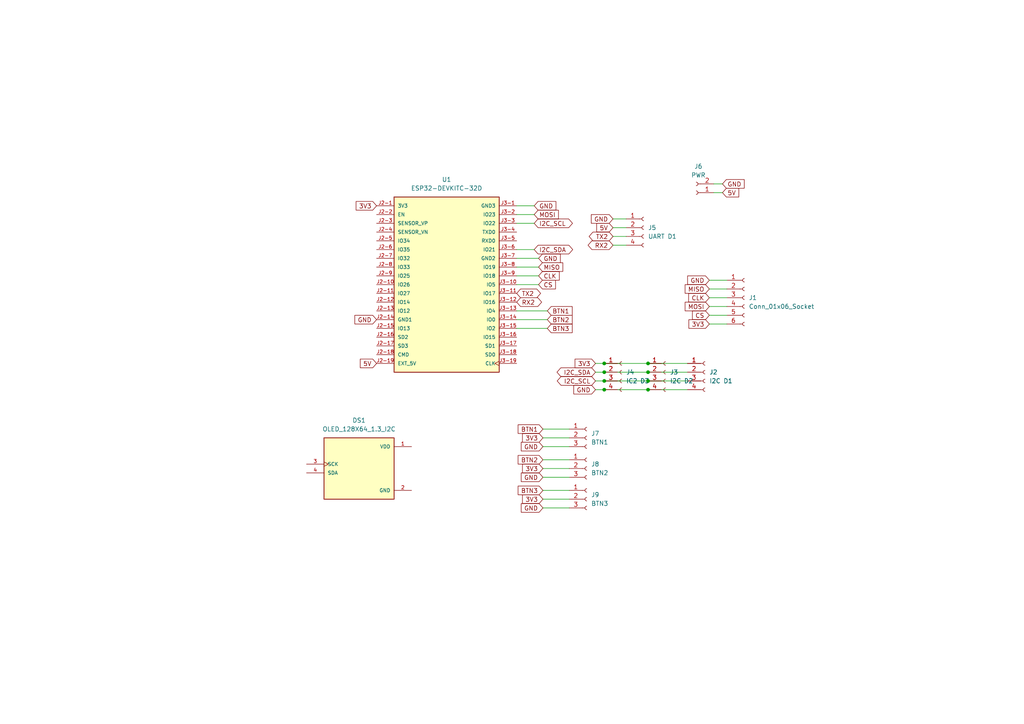
<source format=kicad_sch>
(kicad_sch (version 20250114) (generator "eeschema") (generator_version "9.0")
  (paper "A4")
  (lib_symbols
    (symbol "Connector:Conn_01x02_Socket" (pin_names (offset 1.016) (hide yes))
      (property "Reference" "J" (at 0 2.54 0))
      (property "Value" "Conn_01x02_Socket" (at 0 -5.08 0))
      (symbol "Conn_01x02_Socket_1_1"
        (polyline (pts (xy -1.27 0) (xy -0.508 0)) (stroke (width 0.1524)))
        (polyline (pts (xy -1.27 -2.54) (xy -0.508 -2.54)) (stroke (width 0.1524)))
        (arc (start 0 -0.508) (mid -0.5058 0) (end 0 0.508) (stroke (width 0.1524)))
        (arc (start 0 -3.048) (mid -0.5058 -2.54) (end 0 -2.032) (stroke (width 0.1524)))
        (pin passive line (at -5.08 0 0) (length 3.81) (name "Pin_1") (number "1"))
        (pin passive line (at -5.08 -2.54 0) (length 3.81) (name "Pin_2") (number "2"))
      )
    )
    (symbol "Connector:Conn_01x03_Socket" (pin_names (offset 1.016) (hide yes))
      (property "Reference" "J" (at 0 5.08 0))
      (property "Value" "Conn_01x03_Socket" (at 0 -5.08 0))
      (symbol "Conn_01x03_Socket_1_1"
        (polyline (pts (xy -1.27 2.54) (xy -0.508 2.54)) (stroke (width 0.1524)))
        (polyline (pts (xy -1.27 0) (xy -0.508 0)) (stroke (width 0.1524)))
        (polyline (pts (xy -1.27 -2.54) (xy -0.508 -2.54)) (stroke (width 0.1524)))
        (arc (start 0 2.032) (mid -0.5058 2.54) (end 0 3.048) (stroke (width 0.1524)))
        (arc (start 0 -0.508) (mid -0.5058 0) (end 0 0.508) (stroke (width 0.1524)))
        (arc (start 0 -3.048) (mid -0.5058 -2.54) (end 0 -2.032) (stroke (width 0.1524)))
        (pin passive line (at -5.08 2.54 0) (length 3.81) (name "Pin_1") (number "1"))
        (pin passive line (at -5.08 0 0) (length 3.81) (name "Pin_2") (number "2"))
        (pin passive line (at -5.08 -2.54 0) (length 3.81) (name "Pin_3") (number "3"))
      )
    )
    (symbol "Connector:Conn_01x04_Socket" (pin_names (offset 1.016) (hide yes))
      (property "Reference" "J" (at 0 5.08 0))
      (property "Value" "Conn_01x04_Socket" (at 0 -7.62 0))
      (symbol "Conn_01x04_Socket_1_1"
        (polyline (pts (xy -1.27 2.54) (xy -0.508 2.54)) (stroke (width 0.1524)))
        (polyline (pts (xy -1.27 0) (xy -0.508 0)) (stroke (width 0.1524)))
        (polyline (pts (xy -1.27 -2.54) (xy -0.508 -2.54)) (stroke (width 0.1524)))
        (polyline (pts (xy -1.27 -5.08) (xy -0.508 -5.08)) (stroke (width 0.1524)))
        (arc (start 0 2.032) (mid -0.5058 2.54) (end 0 3.048) (stroke (width 0.1524)))
        (arc (start 0 -0.508) (mid -0.5058 0) (end 0 0.508) (stroke (width 0.1524)))
        (arc (start 0 -3.048) (mid -0.5058 -2.54) (end 0 -2.032) (stroke (width 0.1524)))
        (arc (start 0 -5.588) (mid -0.5058 -5.08) (end 0 -4.572) (stroke (width 0.1524)))
        (pin passive line (at -5.08 2.54 0) (length 3.81) (name "Pin_1") (number "1"))
        (pin passive line (at -5.08 0 0) (length 3.81) (name "Pin_2") (number "2"))
        (pin passive line (at -5.08 -2.54 0) (length 3.81) (name "Pin_3") (number "3"))
        (pin passive line (at -5.08 -5.08 0) (length 3.81) (name "Pin_4") (number "4"))
      )
    )
    (symbol "Connector:Conn_01x06_Socket" (pin_names (offset 1.016) (hide yes))
      (property "Reference" "J" (at 0 7.62 0))
      (property "Value" "Conn_01x06_Socket" (at 0 -10.16 0))
      (symbol "Conn_01x06_Socket_1_1"
        (polyline (pts (xy -1.27 5.08) (xy -0.508 5.08)) (stroke (width 0.1524)))
        (polyline (pts (xy -1.27 2.54) (xy -0.508 2.54)) (stroke (width 0.1524)))
        (polyline (pts (xy -1.27 0) (xy -0.508 0)) (stroke (width 0.1524)))
        (polyline (pts (xy -1.27 -2.54) (xy -0.508 -2.54)) (stroke (width 0.1524)))
        (polyline (pts (xy -1.27 -5.08) (xy -0.508 -5.08)) (stroke (width 0.1524)))
        (polyline (pts (xy -1.27 -7.62) (xy -0.508 -7.62)) (stroke (width 0.1524)))
        (arc (start 0 4.572) (mid -0.5058 5.08) (end 0 5.588) (stroke (width 0.1524)))
        (arc (start 0 2.032) (mid -0.5058 2.54) (end 0 3.048) (stroke (width 0.1524)))
        (arc (start 0 -0.508) (mid -0.5058 0) (end 0 0.508) (stroke (width 0.1524)))
        (arc (start 0 -3.048) (mid -0.5058 -2.54) (end 0 -2.032) (stroke (width 0.1524)))
        (arc (start 0 -5.588) (mid -0.5058 -5.08) (end 0 -4.572) (stroke (width 0.1524)))
        (arc (start 0 -8.128) (mid -0.5058 -7.62) (end 0 -7.112) (stroke (width 0.1524)))
        (pin passive line (at -5.08 5.08 0) (length 3.81) (name "Pin_1") (number "1"))
        (pin passive line (at -5.08 2.54 0) (length 3.81) (name "Pin_2") (number "2"))
        (pin passive line (at -5.08 0 0) (length 3.81) (name "Pin_3") (number "3"))
        (pin passive line (at -5.08 -2.54 0) (length 3.81) (name "Pin_4") (number "4"))
        (pin passive line (at -5.08 -5.08 0) (length 3.81) (name "Pin_5") (number "5"))
        (pin passive line (at -5.08 -7.62 0) (length 3.81) (name "Pin_6") (number "6"))
      )
    )
    (symbol "ESP32-DEVKITC-32D:ESP32-DEVKITC-32D" (pin_names (offset 1.016))
      (property "Reference" "U" (at -15.2572 26.0643 0))
      (property "Value" "ESP32-DEVKITC-32D" (at -15.2563 -27.9698 0))
      (symbol "ESP32-DEVKITC-32D_0_0"
        (rectangle (start -15.24 -25.4) (end 15.24 25.4) (stroke (width 0.254)) (fill (type background)))
        (pin power_in line (at -20.32 22.86 0) (length 5.08) (name "3V3") (number "J2-1"))
        (pin input line (at -20.32 20.32 0) (length 5.08) (name "EN") (number "J2-2"))
        (pin input line (at -20.32 17.78 0) (length 5.08) (name "SENSOR_VP") (number "J2-3"))
        (pin input line (at -20.32 15.24 0) (length 5.08) (name "SENSOR_VN") (number "J2-4"))
        (pin bidirectional line (at -20.32 12.7 0) (length 5.08) (name "IO34") (number "J2-5"))
        (pin bidirectional line (at -20.32 10.16 0) (length 5.08) (name "IO35") (number "J2-6"))
        (pin bidirectional line (at -20.32 7.62 0) (length 5.08) (name "IO32") (number "J2-7"))
        (pin bidirectional line (at -20.32 5.08 0) (length 5.08) (name "IO33") (number "J2-8"))
        (pin bidirectional line (at -20.32 2.54 0) (length 5.08) (name "IO25") (number "J2-9"))
        (pin bidirectional line (at -20.32 0 0) (length 5.08) (name "IO26") (number "J2-10"))
        (pin bidirectional line (at -20.32 -2.54 0) (length 5.08) (name "IO27") (number "J2-11"))
        (pin bidirectional line (at -20.32 -5.08 0) (length 5.08) (name "IO14") (number "J2-12"))
        (pin bidirectional line (at -20.32 -7.62 0) (length 5.08) (name "IO12") (number "J2-13"))
        (pin power_in line (at -20.32 -10.16 0) (length 5.08) (name "GND1") (number "J2-14"))
        (pin bidirectional line (at -20.32 -12.7 0) (length 5.08) (name "IO13") (number "J2-15"))
        (pin bidirectional line (at -20.32 -15.24 0) (length 5.08) (name "SD2") (number "J2-16"))
        (pin bidirectional line (at -20.32 -17.78 0) (length 5.08) (name "SD3") (number "J2-17"))
        (pin bidirectional line (at -20.32 -20.32 0) (length 5.08) (name "CMD") (number "J2-18"))
        (pin power_in line (at -20.32 -22.86 0) (length 5.08) (name "EXT_5V") (number "J2-19"))
        (pin power_in line (at 20.32 22.86 180) (length 5.08) (name "GND3") (number "J3-1"))
        (pin bidirectional line (at 20.32 20.32 180) (length 5.08) (name "IO23") (number "J3-2"))
        (pin bidirectional line (at 20.32 17.78 180) (length 5.08) (name "IO22") (number "J3-3"))
        (pin output line (at 20.32 15.24 180) (length 5.08) (name "TXD0") (number "J3-4"))
        (pin input line (at 20.32 12.7 180) (length 5.08) (name "RXD0") (number "J3-5"))
        (pin bidirectional line (at 20.32 10.16 180) (length 5.08) (name "IO21") (number "J3-6"))
        (pin power_in line (at 20.32 7.62 180) (length 5.08) (name "GND2") (number "J3-7"))
        (pin bidirectional line (at 20.32 5.08 180) (length 5.08) (name "IO19") (number "J3-8"))
        (pin bidirectional line (at 20.32 2.54 180) (length 5.08) (name "IO18") (number "J3-9"))
        (pin bidirectional line (at 20.32 0 180) (length 5.08) (name "IO5") (number "J3-10"))
        (pin bidirectional line (at 20.32 -2.54 180) (length 5.08) (name "IO17") (number "J3-11"))
        (pin bidirectional line (at 20.32 -5.08 180) (length 5.08) (name "IO16") (number "J3-12"))
        (pin bidirectional line (at 20.32 -7.62 180) (length 5.08) (name "IO4") (number "J3-13"))
        (pin bidirectional line (at 20.32 -10.16 180) (length 5.08) (name "IO0") (number "J3-14"))
        (pin bidirectional line (at 20.32 -12.7 180) (length 5.08) (name "IO2") (number "J3-15"))
        (pin bidirectional line (at 20.32 -15.24 180) (length 5.08) (name "IO15") (number "J3-16"))
        (pin bidirectional line (at 20.32 -17.78 180) (length 5.08) (name "SD1") (number "J3-17"))
        (pin bidirectional line (at 20.32 -20.32 180) (length 5.08) (name "SD0") (number "J3-18"))
        (pin input clock (at 20.32 -22.86 180) (length 5.08) (name "CLK") (number "J3-19"))
      )
    )
    (symbol "OLED_128X64_1.3_I2C:OLED_128X64_1.3_I2C" (pin_names (offset 1.016))
      (property "Reference" "DS" (at -10.16 10.922 0))
      (property "Value" "OLED_128X64_1.3_I2C" (at -10.16 -10.16 0))
      (symbol "OLED_128X64_1.3_I2C_0_0"
        (rectangle (start -10.16 -7.62) (end 10.16 10.16) (stroke (width 0.254)) (fill (type background)))
        (pin input clock (at -15.24 2.54 0) (length 5.08) (name "SCK") (number "3"))
        (pin bidirectional line (at -15.24 0 0) (length 5.08) (name "SDA") (number "4"))
        (pin power_in line (at 15.24 7.62 180) (length 5.08) (name "VDD") (number "1"))
        (pin power_in line (at 15.24 -5.08 180) (length 5.08) (name "GND") (number "2"))
      )
    )
  )
  (junction (at 175.26 113.03))
  (junction (at 187.96 105.41))
  (junction (at 175.26 107.95))
  (junction (at 175.26 110.49))
  (junction (at 187.96 113.03))
  (junction (at 187.96 107.95))
  (junction (at 187.96 110.49))
  (junction (at 175.26 105.41))
  (wire (pts (xy 157.48 147.32) (xy 165.1 147.32)))
  (wire (pts (xy 149.86 95.25) (xy 158.75 95.25)))
  (wire (pts (xy 205.74 83.82) (xy 210.82 83.82)))
  (wire (pts (xy 205.74 93.98) (xy 210.82 93.98)))
  (wire (pts (xy 149.86 77.47) (xy 156.21 77.47)))
  (wire (pts (xy 149.86 92.71) (xy 158.75 92.71)))
  (wire (pts (xy 187.96 107.95) (xy 199.39 107.95)))
  (wire (pts (xy 149.86 59.69) (xy 154.94 59.69)))
  (wire (pts (xy 205.74 88.9) (xy 210.82 88.9)))
  (wire (pts (xy 157.48 144.78) (xy 165.1 144.78)))
  (wire (pts (xy 149.86 80.01) (xy 156.21 80.01)))
  (wire (pts (xy 187.96 110.49) (xy 199.39 110.49)))
  (wire (pts (xy 177.8 63.5) (xy 181.61 63.5)))
  (wire (pts (xy 157.48 129.54) (xy 165.1 129.54)))
  (wire (pts (xy 177.8 71.12) (xy 181.61 71.12)))
  (wire (pts (xy 172.72 107.95) (xy 175.26 107.95)))
  (wire (pts (xy 172.72 110.49) (xy 175.26 110.49)))
  (wire (pts (xy 187.96 113.03) (xy 199.39 113.03)))
  (wire (pts (xy 175.26 110.49) (xy 187.96 110.49)))
  (wire (pts (xy 149.86 82.55) (xy 156.21 82.55)))
  (wire (pts (xy 149.86 62.23) (xy 154.94 62.23)))
  (wire (pts (xy 157.48 135.89) (xy 165.1 135.89)))
  (wire (pts (xy 172.72 105.41) (xy 175.26 105.41)))
  (wire (pts (xy 157.48 142.24) (xy 165.1 142.24)))
  (wire (pts (xy 154.94 64.77) (xy 149.86 64.77)))
  (wire (pts (xy 205.74 81.28) (xy 210.82 81.28)))
  (wire (pts (xy 205.74 86.36) (xy 210.82 86.36)))
  (wire (pts (xy 177.8 68.58) (xy 181.61 68.58)))
  (wire (pts (xy 187.96 105.41) (xy 199.39 105.41)))
  (wire (pts (xy 172.72 113.03) (xy 175.26 113.03)))
  (wire (pts (xy 175.26 105.41) (xy 187.96 105.41)))
  (wire (pts (xy 175.26 107.95) (xy 187.96 107.95)))
  (wire (pts (xy 207.01 53.34) (xy 209.55 53.34)))
  (wire (pts (xy 149.86 90.17) (xy 158.75 90.17)))
  (wire (pts (xy 207.01 55.88) (xy 209.55 55.88)))
  (wire (pts (xy 157.48 133.35) (xy 165.1 133.35)))
  (wire (pts (xy 157.48 138.43) (xy 165.1 138.43)))
  (wire (pts (xy 149.86 74.93) (xy 156.21 74.93)))
  (wire (pts (xy 157.48 124.46) (xy 165.1 124.46)))
  (wire (pts (xy 154.94 72.39) (xy 149.86 72.39)))
  (wire (pts (xy 205.74 91.44) (xy 210.82 91.44)))
  (wire (pts (xy 175.26 113.03) (xy 187.96 113.03)))
  (wire (pts (xy 177.8 66.04) (xy 181.61 66.04)))
  (wire (pts (xy 157.48 127) (xy 165.1 127)))
  (global_label "GND" (shape input) (at 157.48 129.54 180) (property "Intersheetrefs" "${INTERSHEET_REFS}" (effects (hide yes))))
  (global_label "GND" (shape input) (at 109.22 92.71 180) (property "Intersheetrefs" "${INTERSHEET_REFS}" (effects (hide yes))))
  (global_label "BTN1" (shape input) (at 157.48 124.46 180) (property "Intersheetrefs" "${INTERSHEET_REFS}" (effects (hide yes))))
  (global_label "CLK" (shape input) (at 205.74 86.36 180) (property "Intersheetrefs" "${INTERSHEET_REFS}" (effects (hide yes))))
  (global_label "3V3" (shape input) (at 157.48 144.78 180) (property "Intersheetrefs" "${INTERSHEET_REFS}" (effects (hide yes))))
  (global_label "MISO" (shape input) (at 205.74 83.82 180) (property "Intersheetrefs" "${INTERSHEET_REFS}" (effects (hide yes))))
  (global_label "3V3" (shape input) (at 157.48 127 180) (property "Intersheetrefs" "${INTERSHEET_REFS}" (effects (hide yes))))
  (global_label "CS" (shape input) (at 205.74 91.44 180) (property "Intersheetrefs" "${INTERSHEET_REFS}" (effects (hide yes))))
  (global_label "GND" (shape input) (at 156.21 74.93 0) (property "Intersheetrefs" "${INTERSHEET_REFS}" (effects (hide yes))))
  (global_label "5V" (shape input) (at 109.22 105.41 180) (property "Intersheetrefs" "${INTERSHEET_REFS}" (effects (hide yes))))
  (global_label "RX2" (shape bidirectional) (at 149.86 87.63 0) (property "Intersheetrefs" "${INTERSHEET_REFS}" (effects (hide yes))))
  (global_label "MISO" (shape input) (at 156.21 77.47 0) (property "Intersheetrefs" "${INTERSHEET_REFS}" (effects (hide yes))))
  (global_label "BTN3" (shape input) (at 157.48 142.24 180) (property "Intersheetrefs" "${INTERSHEET_REFS}" (effects (hide yes))))
  (global_label "5V" (shape input) (at 209.55 55.88 0) (property "Intersheetrefs" "${INTERSHEET_REFS}" (effects (hide yes))))
  (global_label "I2C_SCL" (shape bidirectional) (at 172.72 110.49 180) (property "Intersheetrefs" "${INTERSHEET_REFS}" (effects (hide yes))))
  (global_label "GND" (shape input) (at 177.8 63.5 180) (property "Intersheetrefs" "${INTERSHEET_REFS}" (effects (hide yes))))
  (global_label "GND" (shape input) (at 172.72 113.03 180) (property "Intersheetrefs" "${INTERSHEET_REFS}" (effects (hide yes))))
  (global_label "MOSI" (shape input) (at 154.94 62.23 0) (property "Intersheetrefs" "${INTERSHEET_REFS}" (effects (hide yes))))
  (global_label "BTN2" (shape input) (at 157.48 133.35 180) (property "Intersheetrefs" "${INTERSHEET_REFS}" (effects (hide yes))))
  (global_label "3V3" (shape input) (at 157.48 135.89 180) (property "Intersheetrefs" "${INTERSHEET_REFS}" (effects (hide yes))))
  (global_label "GND" (shape input) (at 157.48 147.32 180) (property "Intersheetrefs" "${INTERSHEET_REFS}" (effects (hide yes))))
  (global_label "GND" (shape input) (at 154.94 59.69 0) (property "Intersheetrefs" "${INTERSHEET_REFS}" (effects (hide yes))))
  (global_label "3V3" (shape input) (at 172.72 105.41 180) (property "Intersheetrefs" "${INTERSHEET_REFS}" (effects (hide yes))))
  (global_label "TX2" (shape bidirectional) (at 177.8 68.58 180) (property "Intersheetrefs" "${INTERSHEET_REFS}" (effects (hide yes))))
  (global_label "3V3" (shape input) (at 109.22 59.69 180) (property "Intersheetrefs" "${INTERSHEET_REFS}" (effects (hide yes))))
  (global_label "I2C_SDA" (shape bidirectional) (at 154.94 72.39 0) (property "Intersheetrefs" "${INTERSHEET_REFS}" (effects (hide yes))))
  (global_label "MOSI" (shape input) (at 205.74 88.9 180) (property "Intersheetrefs" "${INTERSHEET_REFS}" (effects (hide yes))))
  (global_label "CS" (shape input) (at 156.21 82.55 0) (property "Intersheetrefs" "${INTERSHEET_REFS}" (effects (hide yes))))
  (global_label "3V3" (shape input) (at 205.74 93.98 180) (property "Intersheetrefs" "${INTERSHEET_REFS}" (effects (hide yes))))
  (global_label "GND" (shape input) (at 157.48 138.43 180) (property "Intersheetrefs" "${INTERSHEET_REFS}" (effects (hide yes))))
  (global_label "RX2" (shape bidirectional) (at 177.8 71.12 180) (property "Intersheetrefs" "${INTERSHEET_REFS}" (effects (hide yes))))
  (global_label "CLK" (shape input) (at 156.21 80.01 0) (property "Intersheetrefs" "${INTERSHEET_REFS}" (effects (hide yes))))
  (global_label "BTN2" (shape input) (at 158.75 92.71 0) (property "Intersheetrefs" "${INTERSHEET_REFS}" (effects (hide yes))))
  (global_label "5V" (shape input) (at 177.8 66.04 180) (property "Intersheetrefs" "${INTERSHEET_REFS}" (effects (hide yes))))
  (global_label "GND" (shape input) (at 205.74 81.28 180) (property "Intersheetrefs" "${INTERSHEET_REFS}" (effects (hide yes))))
  (global_label "TX2" (shape bidirectional) (at 149.86 85.09 0) (property "Intersheetrefs" "${INTERSHEET_REFS}" (effects (hide yes))))
  (global_label "GND" (shape input) (at 209.55 53.34 0) (property "Intersheetrefs" "${INTERSHEET_REFS}" (effects (hide yes))))
  (global_label "I2C_SCL" (shape bidirectional) (at 154.94 64.77 0) (property "Intersheetrefs" "${INTERSHEET_REFS}" (effects (hide yes))))
  (global_label "I2C_SDA" (shape bidirectional) (at 172.72 107.95 180) (property "Intersheetrefs" "${INTERSHEET_REFS}" (effects (hide yes))))
  (global_label "BTN3" (shape input) (at 158.75 95.25 0) (property "Intersheetrefs" "${INTERSHEET_REFS}" (effects (hide yes))))
  (global_label "BTN1" (shape input) (at 158.75 90.17 0) (property "Intersheetrefs" "${INTERSHEET_REFS}" (effects (hide yes))))
  (symbol (lib_id "Connector:Conn_01x04_Socket") (at 186.69 66.04 0) (unit 1)
    (property "Reference" "J5" (at 187.96 66.0399 0) (effects (justify left)))
    (property "Value" "UART D1" (at 187.96 68.5799 0) (effects (justify left)))
    (property "Footprint" "Connector_PinHeader_2.00mm:PinHeader_1x04_P2.00mm_Vertical_SMD_Pin1Left" (effects (hide yes)))
    (property "Description" "Generic connector, single row, 01x04, script generated" (effects (hide yes)))
  )
  (symbol (lib_id "ESP32-DEVKITC-32D:ESP32-DEVKITC-32D") (at 129.54 82.55 0) (unit 1)
    (property "Reference" "U1" (at 129.54 52.07 0))
    (property "Value" "ESP32-DEVKITC-32D" (at 129.54 54.61 0))
    (property "Footprint" "ESP32-DEVKITC-32D:MODULE_ESP32-DEVKITC-32D" (effects (hide yes)))
    (property "MF" "Espressif Systems" (effects (hide yes)))
    (property "MAXIMUM_PACKAGE_HEIGHT" "N/A" (effects (hide yes)))
    (property "Package" "None" (effects (hide yes)))
    (property "Price" "None" (effects (hide yes)))
    (property "Check_prices" "https://www.snapeda.com/parts/ESP32-DEVKITC-32D/Espressif+Systems/view-part/?ref=eda" (effects (hide yes)))
    (property "STANDARD" "Manufacturer Recommendations" (effects (hide yes)))
    (property "PARTREV" "V4" (effects (hide yes)))
    (property "SnapEDA_Link" "https://www.snapeda.com/parts/ESP32-DEVKITC-32D/Espressif+Systems/view-part/?ref=snap" (effects (hide yes)))
    (property "MP" "ESP32-DEVKITC-32D" (effects (hide yes)))
    (property "Description_1" "WiFi Development Tools (802.11) ESP32 General Development Kit, ESP32-WROOM-32D on the board" (effects (hide yes)))
    (property "MANUFACTURER" "Espressif Systems" (effects (hide yes)))
    (property "Availability" "In Stock" (effects (hide yes)))
    (property "SNAPEDA_PN" "ESP32-DEVKITC-32D" (effects (hide yes)))
  )
  (symbol (lib_id "Connector:Conn_01x04_Socket") (at 193.04 107.95 0) (unit 1)
    (property "Reference" "J3" (at 194.31 107.9499 0) (effects (justify left)))
    (property "Value" "I2C D2" (at 194.31 110.4899 0) (effects (justify left)))
    (property "Footprint" "Connector_PinHeader_2.00mm:PinHeader_1x04_P2.00mm_Vertical_SMD_Pin1Left" (effects (hide yes)))
    (property "Description" "Generic connector, single row, 01x04, script generated" (effects (hide yes)))
  )
  (symbol (lib_id "OLED_128X64_1.3_I2C:OLED_128X64_1.3_I2C") (at 104.14 137.16 0) (unit 1)
    (property "Reference" "DS1" (at 104.14 121.92 0))
    (property "Value" "OLED_128X64_1.3_I2C" (at 104.14 124.46 0))
    (property "Footprint" "OLED_128X64_1.3_I2C:LCD_OLED_128X64_1.3_I2C" (effects (hide yes)))
    (property "MF" "UNIVERSAL-SOLDER Electronics Ltd" (effects (hide yes)))
    (property "Description_1" "Non-Touch Graphic LCD Display Module Transmissive White OLED, Monochrome I2C 1.3 (33.02mm) 128 x 64" (effects (hide yes)))
    (property "Package" "None" (effects (hide yes)))
    (property "Price" "None" (effects (hide yes)))
    (property "Check_prices" "https://www.snapeda.com/parts/OLED%20128x64%201.3%22%20I2C/UNIVERSAL-SOLDER+Electronics+Ltd/view-part/?ref=eda" (effects (hide yes)))
    (property "STANDARD" "Manufacturer Recommendations" (effects (hide yes)))
    (property "PARTREV" "NA" (effects (hide yes)))
    (property "SnapEDA_Link" "https://www.snapeda.com/parts/OLED%20128x64%201.3%22%20I2C/UNIVERSAL-SOLDER+Electronics+Ltd/view-part/?ref=snap" (effects (hide yes)))
    (property "MP" "OLED 128x64 1.3&quot; I2C" (effects (hide yes)))
    (property "Availability" "Not in stock" (effects (hide yes)))
    (property "MANUFACTURER" "UNIVERSAL-SOLDER Electronics Ltd" (effects (hide yes)))
  )
  (symbol (lib_id "Connector:Conn_01x04_Socket") (at 204.47 107.95 0) (unit 1)
    (property "Reference" "J2" (at 205.74 107.9499 0) (effects (justify left)))
    (property "Value" "I2C D1" (at 205.74 110.4899 0) (effects (justify left)))
    (property "Footprint" "Connector_PinHeader_2.00mm:PinHeader_1x04_P2.00mm_Vertical_SMD_Pin1Left" (effects (hide yes)))
    (property "Description" "Generic connector, single row, 01x04, script generated" (effects (hide yes)))
  )
  (symbol (lib_id "Connector:Conn_01x06_Socket") (at 215.9 86.36 0) (unit 1)
    (property "Reference" "J1" (at 217.17 86.3599 0) (effects (justify left)))
    (property "Value" "Conn_01x06_Socket" (at 217.17 88.8999 0) (effects (justify left)))
    (property "Footprint" "Connector_JST:JST_EH_B6B-EH-A_1x06_P2.50mm_Vertical" (effects (hide yes)))
    (property "Description" "Generic connector, single row, 01x06, script generated" (effects (hide yes)))
  )
  (symbol (lib_id "Connector:Conn_01x03_Socket") (at 170.18 127 0) (unit 1)
    (property "Reference" "J7" (at 171.45 125.7299 0) (effects (justify left)))
    (property "Value" "BTN1" (at 171.45 128.2699 0) (effects (justify left)))
    (property "Footprint" "Connector_PinHeader_2.00mm:PinHeader_1x03_P2.00mm_Vertical_SMD_Pin1Left" (effects (hide yes)))
    (property "Description" "Generic connector, single row, 01x03, script generated" (effects (hide yes)))
  )
  (symbol (lib_id "Connector:Conn_01x04_Socket") (at 180.34 107.95 0) (unit 1)
    (property "Reference" "J4" (at 181.61 107.9499 0) (effects (justify left)))
    (property "Value" "IC2 D3" (at 181.61 110.4899 0) (effects (justify left)))
    (property "Footprint" "Connector_PinHeader_2.00mm:PinHeader_1x04_P2.00mm_Vertical_SMD_Pin1Left" (effects (hide yes)))
    (property "Description" "Generic connector, single row, 01x04, script generated" (effects (hide yes)))
  )
  (symbol (lib_id "Connector:Conn_01x03_Socket") (at 170.18 135.89 0) (unit 1)
    (property "Reference" "J8" (at 171.45 134.6199 0) (effects (justify left)))
    (property "Value" "BTN2" (at 171.45 137.1599 0) (effects (justify left)))
    (property "Footprint" "Connector_PinHeader_2.00mm:PinHeader_1x03_P2.00mm_Vertical_SMD_Pin1Left" (effects (hide yes)))
    (property "Description" "Generic connector, single row, 01x03, script generated" (effects (hide yes)))
  )
  (symbol (lib_id "Connector:Conn_01x03_Socket") (at 170.18 144.78 0) (unit 1)
    (property "Reference" "J9" (at 171.45 143.5099 0) (effects (justify left)))
    (property "Value" "BTN3" (at 171.45 146.0499 0) (effects (justify left)))
    (property "Footprint" "Connector_PinHeader_2.00mm:PinHeader_1x03_P2.00mm_Vertical_SMD_Pin1Left" (effects (hide yes)))
    (property "Description" "Generic connector, single row, 01x03, script generated" (effects (hide yes)))
  )
  (symbol (lib_id "Connector:Conn_01x02_Socket") (at 201.93 55.88 180) (unit 1)
    (property "Reference" "J6" (at 202.565 48.26 0))
    (property "Value" "PWR" (at 202.565 50.8 0))
    (property "Footprint" "Connector_JST:JST_EH_B2B-EH-A_1x02_P2.50mm_Vertical" (effects (hide yes)))
    (property "Description" "Generic connector, single row, 01x02, script generated" (effects (hide yes)))
  )
)
</source>
